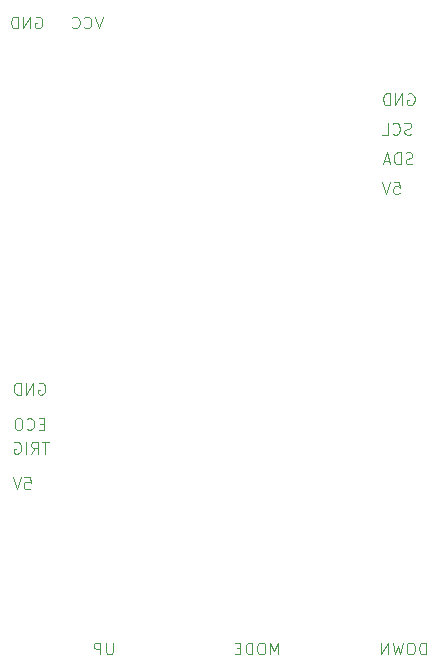
<source format=gbo>
%TF.GenerationSoftware,KiCad,Pcbnew,9.0.5-9.0.5~ubuntu24.04.1*%
%TF.CreationDate,2025-11-05T16:31:41+03:00*%
%TF.ProjectId,Lora-Based pump control circuit,4c6f7261-2d42-4617-9365-642070756d70,1.0*%
%TF.SameCoordinates,Original*%
%TF.FileFunction,Legend,Bot*%
%TF.FilePolarity,Positive*%
%FSLAX46Y46*%
G04 Gerber Fmt 4.6, Leading zero omitted, Abs format (unit mm)*
G04 Created by KiCad (PCBNEW 9.0.5-9.0.5~ubuntu24.04.1) date 2025-11-05 16:31:41*
%MOMM*%
%LPD*%
G01*
G04 APERTURE LIST*
%ADD10C,0.125000*%
%ADD11C,0.100000*%
G04 APERTURE END LIST*
D10*
X122897525Y-97847309D02*
X122564192Y-97847309D01*
X122421335Y-98371119D02*
X122897525Y-98371119D01*
X122897525Y-98371119D02*
X122897525Y-97371119D01*
X122897525Y-97371119D02*
X122421335Y-97371119D01*
X121421335Y-98275880D02*
X121468954Y-98323500D01*
X121468954Y-98323500D02*
X121611811Y-98371119D01*
X121611811Y-98371119D02*
X121707049Y-98371119D01*
X121707049Y-98371119D02*
X121849906Y-98323500D01*
X121849906Y-98323500D02*
X121945144Y-98228261D01*
X121945144Y-98228261D02*
X121992763Y-98133023D01*
X121992763Y-98133023D02*
X122040382Y-97942547D01*
X122040382Y-97942547D02*
X122040382Y-97799690D01*
X122040382Y-97799690D02*
X121992763Y-97609214D01*
X121992763Y-97609214D02*
X121945144Y-97513976D01*
X121945144Y-97513976D02*
X121849906Y-97418738D01*
X121849906Y-97418738D02*
X121707049Y-97371119D01*
X121707049Y-97371119D02*
X121611811Y-97371119D01*
X121611811Y-97371119D02*
X121468954Y-97418738D01*
X121468954Y-97418738D02*
X121421335Y-97466357D01*
X120802287Y-97371119D02*
X120611811Y-97371119D01*
X120611811Y-97371119D02*
X120516573Y-97418738D01*
X120516573Y-97418738D02*
X120421335Y-97513976D01*
X120421335Y-97513976D02*
X120373716Y-97704452D01*
X120373716Y-97704452D02*
X120373716Y-98037785D01*
X120373716Y-98037785D02*
X120421335Y-98228261D01*
X120421335Y-98228261D02*
X120516573Y-98323500D01*
X120516573Y-98323500D02*
X120611811Y-98371119D01*
X120611811Y-98371119D02*
X120802287Y-98371119D01*
X120802287Y-98371119D02*
X120897525Y-98323500D01*
X120897525Y-98323500D02*
X120992763Y-98228261D01*
X120992763Y-98228261D02*
X121040382Y-98037785D01*
X121040382Y-98037785D02*
X121040382Y-97704452D01*
X121040382Y-97704452D02*
X120992763Y-97513976D01*
X120992763Y-97513976D02*
X120897525Y-97418738D01*
X120897525Y-97418738D02*
X120802287Y-97371119D01*
X154064192Y-75823500D02*
X153921335Y-75871119D01*
X153921335Y-75871119D02*
X153683240Y-75871119D01*
X153683240Y-75871119D02*
X153588002Y-75823500D01*
X153588002Y-75823500D02*
X153540383Y-75775880D01*
X153540383Y-75775880D02*
X153492764Y-75680642D01*
X153492764Y-75680642D02*
X153492764Y-75585404D01*
X153492764Y-75585404D02*
X153540383Y-75490166D01*
X153540383Y-75490166D02*
X153588002Y-75442547D01*
X153588002Y-75442547D02*
X153683240Y-75394928D01*
X153683240Y-75394928D02*
X153873716Y-75347309D01*
X153873716Y-75347309D02*
X153968954Y-75299690D01*
X153968954Y-75299690D02*
X154016573Y-75252071D01*
X154016573Y-75252071D02*
X154064192Y-75156833D01*
X154064192Y-75156833D02*
X154064192Y-75061595D01*
X154064192Y-75061595D02*
X154016573Y-74966357D01*
X154016573Y-74966357D02*
X153968954Y-74918738D01*
X153968954Y-74918738D02*
X153873716Y-74871119D01*
X153873716Y-74871119D02*
X153635621Y-74871119D01*
X153635621Y-74871119D02*
X153492764Y-74918738D01*
X153064192Y-75871119D02*
X153064192Y-74871119D01*
X153064192Y-74871119D02*
X152826097Y-74871119D01*
X152826097Y-74871119D02*
X152683240Y-74918738D01*
X152683240Y-74918738D02*
X152588002Y-75013976D01*
X152588002Y-75013976D02*
X152540383Y-75109214D01*
X152540383Y-75109214D02*
X152492764Y-75299690D01*
X152492764Y-75299690D02*
X152492764Y-75442547D01*
X152492764Y-75442547D02*
X152540383Y-75633023D01*
X152540383Y-75633023D02*
X152588002Y-75728261D01*
X152588002Y-75728261D02*
X152683240Y-75823500D01*
X152683240Y-75823500D02*
X152826097Y-75871119D01*
X152826097Y-75871119D02*
X153064192Y-75871119D01*
X152111811Y-75585404D02*
X151635621Y-75585404D01*
X152207049Y-75871119D02*
X151873716Y-74871119D01*
X151873716Y-74871119D02*
X151540383Y-75871119D01*
D11*
X142696115Y-117372419D02*
X142696115Y-116372419D01*
X142696115Y-116372419D02*
X142362782Y-117086704D01*
X142362782Y-117086704D02*
X142029449Y-116372419D01*
X142029449Y-116372419D02*
X142029449Y-117372419D01*
X141362782Y-116372419D02*
X141172306Y-116372419D01*
X141172306Y-116372419D02*
X141077068Y-116420038D01*
X141077068Y-116420038D02*
X140981830Y-116515276D01*
X140981830Y-116515276D02*
X140934211Y-116705752D01*
X140934211Y-116705752D02*
X140934211Y-117039085D01*
X140934211Y-117039085D02*
X140981830Y-117229561D01*
X140981830Y-117229561D02*
X141077068Y-117324800D01*
X141077068Y-117324800D02*
X141172306Y-117372419D01*
X141172306Y-117372419D02*
X141362782Y-117372419D01*
X141362782Y-117372419D02*
X141458020Y-117324800D01*
X141458020Y-117324800D02*
X141553258Y-117229561D01*
X141553258Y-117229561D02*
X141600877Y-117039085D01*
X141600877Y-117039085D02*
X141600877Y-116705752D01*
X141600877Y-116705752D02*
X141553258Y-116515276D01*
X141553258Y-116515276D02*
X141458020Y-116420038D01*
X141458020Y-116420038D02*
X141362782Y-116372419D01*
X140505639Y-117372419D02*
X140505639Y-116372419D01*
X140505639Y-116372419D02*
X140267544Y-116372419D01*
X140267544Y-116372419D02*
X140124687Y-116420038D01*
X140124687Y-116420038D02*
X140029449Y-116515276D01*
X140029449Y-116515276D02*
X139981830Y-116610514D01*
X139981830Y-116610514D02*
X139934211Y-116800990D01*
X139934211Y-116800990D02*
X139934211Y-116943847D01*
X139934211Y-116943847D02*
X139981830Y-117134323D01*
X139981830Y-117134323D02*
X140029449Y-117229561D01*
X140029449Y-117229561D02*
X140124687Y-117324800D01*
X140124687Y-117324800D02*
X140267544Y-117372419D01*
X140267544Y-117372419D02*
X140505639Y-117372419D01*
X139505639Y-116848609D02*
X139172306Y-116848609D01*
X139029449Y-117372419D02*
X139505639Y-117372419D01*
X139505639Y-117372419D02*
X139505639Y-116372419D01*
X139505639Y-116372419D02*
X139029449Y-116372419D01*
X127838972Y-63372419D02*
X127505639Y-64372419D01*
X127505639Y-64372419D02*
X127172306Y-63372419D01*
X126267544Y-64277180D02*
X126315163Y-64324800D01*
X126315163Y-64324800D02*
X126458020Y-64372419D01*
X126458020Y-64372419D02*
X126553258Y-64372419D01*
X126553258Y-64372419D02*
X126696115Y-64324800D01*
X126696115Y-64324800D02*
X126791353Y-64229561D01*
X126791353Y-64229561D02*
X126838972Y-64134323D01*
X126838972Y-64134323D02*
X126886591Y-63943847D01*
X126886591Y-63943847D02*
X126886591Y-63800990D01*
X126886591Y-63800990D02*
X126838972Y-63610514D01*
X126838972Y-63610514D02*
X126791353Y-63515276D01*
X126791353Y-63515276D02*
X126696115Y-63420038D01*
X126696115Y-63420038D02*
X126553258Y-63372419D01*
X126553258Y-63372419D02*
X126458020Y-63372419D01*
X126458020Y-63372419D02*
X126315163Y-63420038D01*
X126315163Y-63420038D02*
X126267544Y-63467657D01*
X125267544Y-64277180D02*
X125315163Y-64324800D01*
X125315163Y-64324800D02*
X125458020Y-64372419D01*
X125458020Y-64372419D02*
X125553258Y-64372419D01*
X125553258Y-64372419D02*
X125696115Y-64324800D01*
X125696115Y-64324800D02*
X125791353Y-64229561D01*
X125791353Y-64229561D02*
X125838972Y-64134323D01*
X125838972Y-64134323D02*
X125886591Y-63943847D01*
X125886591Y-63943847D02*
X125886591Y-63800990D01*
X125886591Y-63800990D02*
X125838972Y-63610514D01*
X125838972Y-63610514D02*
X125791353Y-63515276D01*
X125791353Y-63515276D02*
X125696115Y-63420038D01*
X125696115Y-63420038D02*
X125553258Y-63372419D01*
X125553258Y-63372419D02*
X125458020Y-63372419D01*
X125458020Y-63372419D02*
X125315163Y-63420038D01*
X125315163Y-63420038D02*
X125267544Y-63467657D01*
X122172306Y-63420038D02*
X122267544Y-63372419D01*
X122267544Y-63372419D02*
X122410401Y-63372419D01*
X122410401Y-63372419D02*
X122553258Y-63420038D01*
X122553258Y-63420038D02*
X122648496Y-63515276D01*
X122648496Y-63515276D02*
X122696115Y-63610514D01*
X122696115Y-63610514D02*
X122743734Y-63800990D01*
X122743734Y-63800990D02*
X122743734Y-63943847D01*
X122743734Y-63943847D02*
X122696115Y-64134323D01*
X122696115Y-64134323D02*
X122648496Y-64229561D01*
X122648496Y-64229561D02*
X122553258Y-64324800D01*
X122553258Y-64324800D02*
X122410401Y-64372419D01*
X122410401Y-64372419D02*
X122315163Y-64372419D01*
X122315163Y-64372419D02*
X122172306Y-64324800D01*
X122172306Y-64324800D02*
X122124687Y-64277180D01*
X122124687Y-64277180D02*
X122124687Y-63943847D01*
X122124687Y-63943847D02*
X122315163Y-63943847D01*
X121696115Y-64372419D02*
X121696115Y-63372419D01*
X121696115Y-63372419D02*
X121124687Y-64372419D01*
X121124687Y-64372419D02*
X121124687Y-63372419D01*
X120648496Y-64372419D02*
X120648496Y-63372419D01*
X120648496Y-63372419D02*
X120410401Y-63372419D01*
X120410401Y-63372419D02*
X120267544Y-63420038D01*
X120267544Y-63420038D02*
X120172306Y-63515276D01*
X120172306Y-63515276D02*
X120124687Y-63610514D01*
X120124687Y-63610514D02*
X120077068Y-63800990D01*
X120077068Y-63800990D02*
X120077068Y-63943847D01*
X120077068Y-63943847D02*
X120124687Y-64134323D01*
X120124687Y-64134323D02*
X120172306Y-64229561D01*
X120172306Y-64229561D02*
X120267544Y-64324800D01*
X120267544Y-64324800D02*
X120410401Y-64372419D01*
X120410401Y-64372419D02*
X120648496Y-64372419D01*
X153672306Y-69920038D02*
X153767544Y-69872419D01*
X153767544Y-69872419D02*
X153910401Y-69872419D01*
X153910401Y-69872419D02*
X154053258Y-69920038D01*
X154053258Y-69920038D02*
X154148496Y-70015276D01*
X154148496Y-70015276D02*
X154196115Y-70110514D01*
X154196115Y-70110514D02*
X154243734Y-70300990D01*
X154243734Y-70300990D02*
X154243734Y-70443847D01*
X154243734Y-70443847D02*
X154196115Y-70634323D01*
X154196115Y-70634323D02*
X154148496Y-70729561D01*
X154148496Y-70729561D02*
X154053258Y-70824800D01*
X154053258Y-70824800D02*
X153910401Y-70872419D01*
X153910401Y-70872419D02*
X153815163Y-70872419D01*
X153815163Y-70872419D02*
X153672306Y-70824800D01*
X153672306Y-70824800D02*
X153624687Y-70777180D01*
X153624687Y-70777180D02*
X153624687Y-70443847D01*
X153624687Y-70443847D02*
X153815163Y-70443847D01*
X153196115Y-70872419D02*
X153196115Y-69872419D01*
X153196115Y-69872419D02*
X152624687Y-70872419D01*
X152624687Y-70872419D02*
X152624687Y-69872419D01*
X152148496Y-70872419D02*
X152148496Y-69872419D01*
X152148496Y-69872419D02*
X151910401Y-69872419D01*
X151910401Y-69872419D02*
X151767544Y-69920038D01*
X151767544Y-69920038D02*
X151672306Y-70015276D01*
X151672306Y-70015276D02*
X151624687Y-70110514D01*
X151624687Y-70110514D02*
X151577068Y-70300990D01*
X151577068Y-70300990D02*
X151577068Y-70443847D01*
X151577068Y-70443847D02*
X151624687Y-70634323D01*
X151624687Y-70634323D02*
X151672306Y-70729561D01*
X151672306Y-70729561D02*
X151767544Y-70824800D01*
X151767544Y-70824800D02*
X151910401Y-70872419D01*
X151910401Y-70872419D02*
X152148496Y-70872419D01*
X155196115Y-117372419D02*
X155196115Y-116372419D01*
X155196115Y-116372419D02*
X154958020Y-116372419D01*
X154958020Y-116372419D02*
X154815163Y-116420038D01*
X154815163Y-116420038D02*
X154719925Y-116515276D01*
X154719925Y-116515276D02*
X154672306Y-116610514D01*
X154672306Y-116610514D02*
X154624687Y-116800990D01*
X154624687Y-116800990D02*
X154624687Y-116943847D01*
X154624687Y-116943847D02*
X154672306Y-117134323D01*
X154672306Y-117134323D02*
X154719925Y-117229561D01*
X154719925Y-117229561D02*
X154815163Y-117324800D01*
X154815163Y-117324800D02*
X154958020Y-117372419D01*
X154958020Y-117372419D02*
X155196115Y-117372419D01*
X154005639Y-116372419D02*
X153815163Y-116372419D01*
X153815163Y-116372419D02*
X153719925Y-116420038D01*
X153719925Y-116420038D02*
X153624687Y-116515276D01*
X153624687Y-116515276D02*
X153577068Y-116705752D01*
X153577068Y-116705752D02*
X153577068Y-117039085D01*
X153577068Y-117039085D02*
X153624687Y-117229561D01*
X153624687Y-117229561D02*
X153719925Y-117324800D01*
X153719925Y-117324800D02*
X153815163Y-117372419D01*
X153815163Y-117372419D02*
X154005639Y-117372419D01*
X154005639Y-117372419D02*
X154100877Y-117324800D01*
X154100877Y-117324800D02*
X154196115Y-117229561D01*
X154196115Y-117229561D02*
X154243734Y-117039085D01*
X154243734Y-117039085D02*
X154243734Y-116705752D01*
X154243734Y-116705752D02*
X154196115Y-116515276D01*
X154196115Y-116515276D02*
X154100877Y-116420038D01*
X154100877Y-116420038D02*
X154005639Y-116372419D01*
X153243734Y-116372419D02*
X153005639Y-117372419D01*
X153005639Y-117372419D02*
X152815163Y-116658133D01*
X152815163Y-116658133D02*
X152624687Y-117372419D01*
X152624687Y-117372419D02*
X152386592Y-116372419D01*
X152005639Y-117372419D02*
X152005639Y-116372419D01*
X152005639Y-116372419D02*
X151434211Y-117372419D01*
X151434211Y-117372419D02*
X151434211Y-116372419D01*
X128696115Y-116372419D02*
X128696115Y-117181942D01*
X128696115Y-117181942D02*
X128648496Y-117277180D01*
X128648496Y-117277180D02*
X128600877Y-117324800D01*
X128600877Y-117324800D02*
X128505639Y-117372419D01*
X128505639Y-117372419D02*
X128315163Y-117372419D01*
X128315163Y-117372419D02*
X128219925Y-117324800D01*
X128219925Y-117324800D02*
X128172306Y-117277180D01*
X128172306Y-117277180D02*
X128124687Y-117181942D01*
X128124687Y-117181942D02*
X128124687Y-116372419D01*
X127648496Y-117372419D02*
X127648496Y-116372419D01*
X127648496Y-116372419D02*
X127267544Y-116372419D01*
X127267544Y-116372419D02*
X127172306Y-116420038D01*
X127172306Y-116420038D02*
X127124687Y-116467657D01*
X127124687Y-116467657D02*
X127077068Y-116562895D01*
X127077068Y-116562895D02*
X127077068Y-116705752D01*
X127077068Y-116705752D02*
X127124687Y-116800990D01*
X127124687Y-116800990D02*
X127172306Y-116848609D01*
X127172306Y-116848609D02*
X127267544Y-116896228D01*
X127267544Y-116896228D02*
X127648496Y-116896228D01*
X121219925Y-102372419D02*
X121696115Y-102372419D01*
X121696115Y-102372419D02*
X121743734Y-102848609D01*
X121743734Y-102848609D02*
X121696115Y-102800990D01*
X121696115Y-102800990D02*
X121600877Y-102753371D01*
X121600877Y-102753371D02*
X121362782Y-102753371D01*
X121362782Y-102753371D02*
X121267544Y-102800990D01*
X121267544Y-102800990D02*
X121219925Y-102848609D01*
X121219925Y-102848609D02*
X121172306Y-102943847D01*
X121172306Y-102943847D02*
X121172306Y-103181942D01*
X121172306Y-103181942D02*
X121219925Y-103277180D01*
X121219925Y-103277180D02*
X121267544Y-103324800D01*
X121267544Y-103324800D02*
X121362782Y-103372419D01*
X121362782Y-103372419D02*
X121600877Y-103372419D01*
X121600877Y-103372419D02*
X121696115Y-103324800D01*
X121696115Y-103324800D02*
X121743734Y-103277180D01*
X120886591Y-102372419D02*
X120553258Y-103372419D01*
X120553258Y-103372419D02*
X120219925Y-102372419D01*
X123267543Y-99372419D02*
X122696115Y-99372419D01*
X122981829Y-100372419D02*
X122981829Y-99372419D01*
X121791353Y-100372419D02*
X122124686Y-99896228D01*
X122362781Y-100372419D02*
X122362781Y-99372419D01*
X122362781Y-99372419D02*
X121981829Y-99372419D01*
X121981829Y-99372419D02*
X121886591Y-99420038D01*
X121886591Y-99420038D02*
X121838972Y-99467657D01*
X121838972Y-99467657D02*
X121791353Y-99562895D01*
X121791353Y-99562895D02*
X121791353Y-99705752D01*
X121791353Y-99705752D02*
X121838972Y-99800990D01*
X121838972Y-99800990D02*
X121886591Y-99848609D01*
X121886591Y-99848609D02*
X121981829Y-99896228D01*
X121981829Y-99896228D02*
X122362781Y-99896228D01*
X121362781Y-100372419D02*
X121362781Y-99372419D01*
X120362782Y-99420038D02*
X120458020Y-99372419D01*
X120458020Y-99372419D02*
X120600877Y-99372419D01*
X120600877Y-99372419D02*
X120743734Y-99420038D01*
X120743734Y-99420038D02*
X120838972Y-99515276D01*
X120838972Y-99515276D02*
X120886591Y-99610514D01*
X120886591Y-99610514D02*
X120934210Y-99800990D01*
X120934210Y-99800990D02*
X120934210Y-99943847D01*
X120934210Y-99943847D02*
X120886591Y-100134323D01*
X120886591Y-100134323D02*
X120838972Y-100229561D01*
X120838972Y-100229561D02*
X120743734Y-100324800D01*
X120743734Y-100324800D02*
X120600877Y-100372419D01*
X120600877Y-100372419D02*
X120505639Y-100372419D01*
X120505639Y-100372419D02*
X120362782Y-100324800D01*
X120362782Y-100324800D02*
X120315163Y-100277180D01*
X120315163Y-100277180D02*
X120315163Y-99943847D01*
X120315163Y-99943847D02*
X120505639Y-99943847D01*
X122410401Y-94420038D02*
X122505639Y-94372419D01*
X122505639Y-94372419D02*
X122648496Y-94372419D01*
X122648496Y-94372419D02*
X122791353Y-94420038D01*
X122791353Y-94420038D02*
X122886591Y-94515276D01*
X122886591Y-94515276D02*
X122934210Y-94610514D01*
X122934210Y-94610514D02*
X122981829Y-94800990D01*
X122981829Y-94800990D02*
X122981829Y-94943847D01*
X122981829Y-94943847D02*
X122934210Y-95134323D01*
X122934210Y-95134323D02*
X122886591Y-95229561D01*
X122886591Y-95229561D02*
X122791353Y-95324800D01*
X122791353Y-95324800D02*
X122648496Y-95372419D01*
X122648496Y-95372419D02*
X122553258Y-95372419D01*
X122553258Y-95372419D02*
X122410401Y-95324800D01*
X122410401Y-95324800D02*
X122362782Y-95277180D01*
X122362782Y-95277180D02*
X122362782Y-94943847D01*
X122362782Y-94943847D02*
X122553258Y-94943847D01*
X121934210Y-95372419D02*
X121934210Y-94372419D01*
X121934210Y-94372419D02*
X121362782Y-95372419D01*
X121362782Y-95372419D02*
X121362782Y-94372419D01*
X120886591Y-95372419D02*
X120886591Y-94372419D01*
X120886591Y-94372419D02*
X120648496Y-94372419D01*
X120648496Y-94372419D02*
X120505639Y-94420038D01*
X120505639Y-94420038D02*
X120410401Y-94515276D01*
X120410401Y-94515276D02*
X120362782Y-94610514D01*
X120362782Y-94610514D02*
X120315163Y-94800990D01*
X120315163Y-94800990D02*
X120315163Y-94943847D01*
X120315163Y-94943847D02*
X120362782Y-95134323D01*
X120362782Y-95134323D02*
X120410401Y-95229561D01*
X120410401Y-95229561D02*
X120505639Y-95324800D01*
X120505639Y-95324800D02*
X120648496Y-95372419D01*
X120648496Y-95372419D02*
X120886591Y-95372419D01*
X153958020Y-73324800D02*
X153815163Y-73372419D01*
X153815163Y-73372419D02*
X153577068Y-73372419D01*
X153577068Y-73372419D02*
X153481830Y-73324800D01*
X153481830Y-73324800D02*
X153434211Y-73277180D01*
X153434211Y-73277180D02*
X153386592Y-73181942D01*
X153386592Y-73181942D02*
X153386592Y-73086704D01*
X153386592Y-73086704D02*
X153434211Y-72991466D01*
X153434211Y-72991466D02*
X153481830Y-72943847D01*
X153481830Y-72943847D02*
X153577068Y-72896228D01*
X153577068Y-72896228D02*
X153767544Y-72848609D01*
X153767544Y-72848609D02*
X153862782Y-72800990D01*
X153862782Y-72800990D02*
X153910401Y-72753371D01*
X153910401Y-72753371D02*
X153958020Y-72658133D01*
X153958020Y-72658133D02*
X153958020Y-72562895D01*
X153958020Y-72562895D02*
X153910401Y-72467657D01*
X153910401Y-72467657D02*
X153862782Y-72420038D01*
X153862782Y-72420038D02*
X153767544Y-72372419D01*
X153767544Y-72372419D02*
X153529449Y-72372419D01*
X153529449Y-72372419D02*
X153386592Y-72420038D01*
X152386592Y-73277180D02*
X152434211Y-73324800D01*
X152434211Y-73324800D02*
X152577068Y-73372419D01*
X152577068Y-73372419D02*
X152672306Y-73372419D01*
X152672306Y-73372419D02*
X152815163Y-73324800D01*
X152815163Y-73324800D02*
X152910401Y-73229561D01*
X152910401Y-73229561D02*
X152958020Y-73134323D01*
X152958020Y-73134323D02*
X153005639Y-72943847D01*
X153005639Y-72943847D02*
X153005639Y-72800990D01*
X153005639Y-72800990D02*
X152958020Y-72610514D01*
X152958020Y-72610514D02*
X152910401Y-72515276D01*
X152910401Y-72515276D02*
X152815163Y-72420038D01*
X152815163Y-72420038D02*
X152672306Y-72372419D01*
X152672306Y-72372419D02*
X152577068Y-72372419D01*
X152577068Y-72372419D02*
X152434211Y-72420038D01*
X152434211Y-72420038D02*
X152386592Y-72467657D01*
X151481830Y-73372419D02*
X151958020Y-73372419D01*
X151958020Y-73372419D02*
X151958020Y-72372419D01*
X152481830Y-77372419D02*
X152958020Y-77372419D01*
X152958020Y-77372419D02*
X153005639Y-77848609D01*
X153005639Y-77848609D02*
X152958020Y-77800990D01*
X152958020Y-77800990D02*
X152862782Y-77753371D01*
X152862782Y-77753371D02*
X152624687Y-77753371D01*
X152624687Y-77753371D02*
X152529449Y-77800990D01*
X152529449Y-77800990D02*
X152481830Y-77848609D01*
X152481830Y-77848609D02*
X152434211Y-77943847D01*
X152434211Y-77943847D02*
X152434211Y-78181942D01*
X152434211Y-78181942D02*
X152481830Y-78277180D01*
X152481830Y-78277180D02*
X152529449Y-78324800D01*
X152529449Y-78324800D02*
X152624687Y-78372419D01*
X152624687Y-78372419D02*
X152862782Y-78372419D01*
X152862782Y-78372419D02*
X152958020Y-78324800D01*
X152958020Y-78324800D02*
X153005639Y-78277180D01*
X152148496Y-77372419D02*
X151815163Y-78372419D01*
X151815163Y-78372419D02*
X151481830Y-77372419D01*
M02*

</source>
